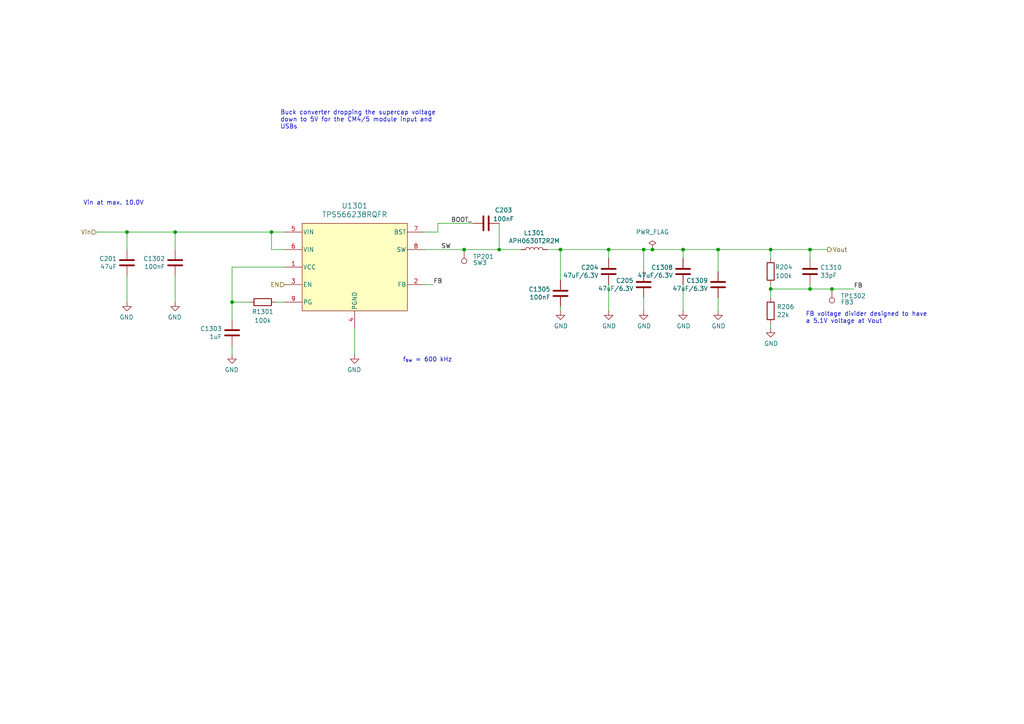
<source format=kicad_sch>
(kicad_sch (version 20231120) (generator "eeschema") (generator_version "8.0")
  (paper "A4")
  (title_block (title "HALPI2") (date "2025-01-03") (rev "v0.0.1") (company "Hat Labs Oy") (comment 1 "https://creativecommons.org/licenses/by/4.0") (comment 2 "To view a copy of this license, visit ") (comment 3 "HALPI2 is licensed under CC BY 4.0."))
  (lib_symbols
    (symbol "Connector:TestPoint" (pin_numbers hide) (pin_names (offset 0.762) hide)
      (property "Reference" "TP" (at 0 6.858 0))
      (property "Value" "TestPoint" (at 0 5.08 0))
      (symbol "TestPoint_0_1"
        (circle (center 0 3.302) (radius 0.762))
      )
      (symbol "TestPoint_1_1"
        (pin passive line (at 0 0 90) (length 2.54) (name "1") (number "1"))
      )
    )
    (symbol "Device:C" (pin_numbers hide) (pin_names (offset 0.254))
      (property "Reference" "C" (at 0.635 2.54 0))
      (property "Value" "C" (at 0.635 -2.54 0))
      (symbol "C_0_1"
        (polyline (pts (xy -2.032 -0.762) (xy 2.032 -0.762)) (stroke (width 0.508)))
        (polyline (pts (xy -2.032 0.762) (xy 2.032 0.762)) (stroke (width 0.508)))
      )
      (symbol "C_1_1"
        (pin passive line (at 0 3.81 270) (length 2.794) (name "~") (number "1"))
        (pin passive line (at 0 -3.81 90) (length 2.794) (name "~") (number "2"))
      )
    )
    (symbol "Device:L" (pin_numbers hide) (pin_names (offset 1.016) hide)
      (property "Reference" "L" (at -1.27 0 90))
      (property "Value" "L" (at 1.905 0 90))
      (symbol "L_0_1"
        (arc (start 0 -2.54) (mid 0.6323 -1.905) (end 0 -1.27))
        (arc (start 0 -1.27) (mid 0.6323 -0.635) (end 0 0))
        (arc (start 0 0) (mid 0.6323 0.635) (end 0 1.27))
        (arc (start 0 1.27) (mid 0.6323 1.905) (end 0 2.54))
      )
      (symbol "L_1_1"
        (pin passive line (at 0 3.81 270) (length 1.27) (name "1") (number "1"))
        (pin passive line (at 0 -3.81 90) (length 1.27) (name "2") (number "2"))
      )
    )
    (symbol "Device:R" (pin_numbers hide) (pin_names (offset 0))
      (property "Reference" "R" (at 2.032 0 90))
      (property "Value" "R" (at 0 0 90))
      (symbol "R_0_1"
        (rectangle (start -1.016 -2.54) (end 1.016 2.54) (stroke (width 0.254)))
      )
      (symbol "R_1_1"
        (pin passive line (at 0 3.81 270) (length 1.27) (name "~") (number "1"))
        (pin passive line (at 0 -3.81 90) (length 1.27) (name "~") (number "2"))
      )
    )
    (symbol "Hatlabs:TPS566238RQFR" (pin_names (offset 0.254))
      (property "Reference" "U" (at 0 10.414 0))
      (property "Value" "TPS566238RQFR" (at 0 7.62 0))
      (symbol "TPS566238RQFR_0_1"
        (pin input line (at 20.32 -5.08 180) (length 5.08) (name "FB") (number "2"))
        (pin input line (at -20.32 -5.08 0) (length 5.08) (name "EN") (number "3"))
        (pin power_in line (at 0 -17.78 90) (length 5.08) (name "PGND") (number "4"))
        (pin power_in line (at -20.32 10.16 0) (length 5.08) (name "VIN") (number "5"))
        (pin power_in line (at -20.32 5.08 0) (length 5.08) (name "VIN") (number "6"))
      )
      (symbol "TPS566238RQFR_1_1"
        (rectangle (start -15.24 12.7) (end 15.24 -12.7) (fill (type background)))
        (pin power_out line (at -20.32 0 0) (length 5.08) (name "VCC") (number "1"))
        (pin input line (at 20.32 10.16 180) (length 5.08) (name "BST") (number "7"))
        (pin power_out line (at 20.32 5.08 180) (length 5.08) (name "SW") (number "8"))
        (pin output line (at -20.32 -10.16 0) (length 5.08) (name "PG") (number "9"))
      )
    )
    (symbol "power:GND" (power) (pin_numbers hide) (pin_names (offset 0) hide)
      (property "Value" "GND" (at 0 -3.81 0))
      (symbol "GND_0_1"
        (polyline (pts (xy 0 0) (xy 0 -1.27) (xy 1.27 -1.27) (xy 0 -2.54) (xy -1.27 -1.27) (xy 0 -1.27)))
      )
      (symbol "GND_1_1"
        (pin power_in line (at 0 0 270) (length 0) (name "~") (number "1"))
      )
    )
    (symbol "power:PWR_FLAG" (power) (pin_numbers hide) (pin_names (offset 0) hide)
      (property "Value" "PWR_FLAG" (at 0 3.81 0))
      (symbol "PWR_FLAG_0_0"
        (pin power_out line (at 0 0 90) (length 0) (name "~") (number "1"))
      )
      (symbol "PWR_FLAG_0_1"
        (polyline (pts (xy 0 0) (xy 0 1.27) (xy -1.016 1.905) (xy 0 2.54) (xy 1.016 1.905) (xy 0 1.27)))
      )
    )
  )
  (junction (at 241.3 83.82))
  (junction (at 50.8 67.31))
  (junction (at 78.74 67.31))
  (junction (at 223.52 72.39))
  (junction (at 134.62 72.39))
  (junction (at 189.23 72.39))
  (junction (at 186.69 72.39))
  (junction (at 36.83 67.31))
  (junction (at 234.95 83.82))
  (junction (at 67.31 87.63))
  (junction (at 162.56 72.39))
  (junction (at 234.95 72.39))
  (junction (at 198.12 72.39))
  (junction (at 223.52 83.82))
  (junction (at 176.53 72.39))
  (junction (at 144.78 72.39))
  (junction (at 208.28 72.39))
  (wire (pts (xy 50.8 72.39) (xy 50.8 67.31)))
  (wire (pts (xy 162.56 88.9) (xy 162.56 90.17)))
  (wire (pts (xy 162.56 72.39) (xy 176.53 72.39)))
  (wire (pts (xy 198.12 72.39) (xy 198.12 74.93)))
  (wire (pts (xy 78.74 67.31) (xy 82.55 67.31)))
  (wire (pts (xy 134.62 72.39) (xy 144.78 72.39)))
  (wire (pts (xy 208.28 72.39) (xy 223.52 72.39)))
  (wire (pts (xy 67.31 77.47) (xy 82.55 77.47)))
  (wire (pts (xy 186.69 72.39) (xy 176.53 72.39)))
  (wire (pts (xy 176.53 82.55) (xy 176.53 90.17)))
  (wire (pts (xy 223.52 83.82) (xy 223.52 86.36)))
  (wire (pts (xy 50.8 80.01) (xy 50.8 87.63)))
  (wire (pts (xy 102.87 95.25) (xy 102.87 102.87)))
  (wire (pts (xy 127 64.77) (xy 137.16 64.77)))
  (wire (pts (xy 125.73 82.55) (xy 123.19 82.55)))
  (wire (pts (xy 234.95 83.82) (xy 241.3 83.82)))
  (wire (pts (xy 123.19 72.39) (xy 134.62 72.39)))
  (wire (pts (xy 223.52 82.55) (xy 223.52 83.82)))
  (wire (pts (xy 208.28 78.74) (xy 208.28 72.39)))
  (wire (pts (xy 67.31 87.63) (xy 67.31 77.47)))
  (wire (pts (xy 67.31 87.63) (xy 72.39 87.63)))
  (wire (pts (xy 144.78 72.39) (xy 151.13 72.39)))
  (wire (pts (xy 27.94 67.31) (xy 36.83 67.31)))
  (wire (pts (xy 80.01 87.63) (xy 82.55 87.63)))
  (wire (pts (xy 198.12 82.55) (xy 198.12 90.17)))
  (wire (pts (xy 234.95 72.39) (xy 240.03 72.39)))
  (wire (pts (xy 186.69 72.39) (xy 189.23 72.39)))
  (wire (pts (xy 234.95 82.55) (xy 234.95 83.82)))
  (wire (pts (xy 208.28 86.36) (xy 208.28 90.17)))
  (wire (pts (xy 223.52 95.25) (xy 223.52 93.98)))
  (wire (pts (xy 82.55 72.39) (xy 78.74 72.39)))
  (wire (pts (xy 78.74 72.39) (xy 78.74 67.31)))
  (wire (pts (xy 67.31 100.33) (xy 67.31 102.87)))
  (wire (pts (xy 176.53 74.93) (xy 176.53 72.39)))
  (wire (pts (xy 162.56 72.39) (xy 162.56 81.28)))
  (wire (pts (xy 36.83 72.39) (xy 36.83 67.31)))
  (wire (pts (xy 186.69 86.36) (xy 186.69 90.17)))
  (wire (pts (xy 36.83 80.01) (xy 36.83 87.63)))
  (wire (pts (xy 158.75 72.39) (xy 162.56 72.39)))
  (wire (pts (xy 67.31 92.71) (xy 67.31 87.63)))
  (wire (pts (xy 36.83 67.31) (xy 50.8 67.31)))
  (wire (pts (xy 223.52 83.82) (xy 234.95 83.82)))
  (wire (pts (xy 198.12 72.39) (xy 208.28 72.39)))
  (wire (pts (xy 144.78 64.77) (xy 144.78 72.39)))
  (wire (pts (xy 186.69 78.74) (xy 186.69 72.39)))
  (wire (pts (xy 223.52 74.93) (xy 223.52 72.39)))
  (wire (pts (xy 241.3 83.82) (xy 247.65 83.82)))
  (wire (pts (xy 50.8 67.31) (xy 78.74 67.31)))
  (wire (pts (xy 234.95 72.39) (xy 234.95 74.93)))
  (wire (pts (xy 189.23 72.39) (xy 198.12 72.39)))
  (wire (pts (xy 127 64.77) (xy 127 67.31)))
  (wire (pts (xy 223.52 72.39) (xy 234.95 72.39)))
  (wire (pts (xy 123.19 67.31) (xy 127 67.31)))
  (text "FB voltage divider designed to have\na 5.1V voltage at Vout" (at 233.68 93.98 0) (effects (font (size 1.27 1.27)) (justify left bottom)))
  (text "Vin at max. 10.0V" (at 24.13 59.69 0) (effects (font (size 1.27 1.27)) (justify left bottom)))
  (text "f_{sw} = 600 kHz" (at 116.84 105.156 0) (effects (font (size 1.27 1.27)) (justify left bottom)))
  (text "Buck converter dropping the supercap voltage\ndown to 5V for the CM4/5 module input and\nUSBs" (at 81.28 34.798 0) (effects (font (size 1.27 1.27)) (justify left)))
  (label "FB" (at 247.65 83.82 0))
  (label "BOOT_" (at 130.81 64.77 0))
  (label "SW" (at 130.81 72.39 180))
  (label "FB" (at 125.73 82.55 0))
  (hierarchical_label "Vout" (shape output) (at 240.03 72.39 0))
  (hierarchical_label "EN" (shape input) (at 82.55 82.55 180))
  (hierarchical_label "Vin" (shape input) (at 27.94 67.31 180))
  (symbol (lib_id "power:GND") (at 176.53 90.17 0) (unit 1)
    (property "Reference" "#PWR0207" (effects (hide yes)))
    (property "Value" "GND" (at 176.657 94.5642 0))
    (property "Description" "Power symbol creates a global label with name \"GND\" , ground" (effects (hide yes)))
    (instances (project "SH-RPi" (path "" (reference "#PWR0207") (unit 1))) (project "SH-RPi" (path "" (reference "#PWR01306") (unit 1))))
  )
  (symbol (lib_id "power:GND") (at 223.52 95.25 0) (unit 1)
    (property "Reference" "#PWR0209" (effects (hide yes)))
    (property "Value" "GND" (at 223.647 99.6442 0))
    (property "Description" "Power symbol creates a global label with name \"GND\" , ground" (effects (hide yes)))
    (instances (project "SH-RPi" (path "" (reference "#PWR0209") (unit 1))) (project "SH-RPi" (path "" (reference "#PWR01310") (unit 1))))
  )
  (symbol (lib_id "Device:C") (at 162.56 85.09 0) (mirror y) (unit 1)
    (property "Reference" "C1305" (at 159.639 83.9216 0) (effects (justify left)))
    (property "Value" "100nF" (at 159.639 86.233 0) (effects (justify left)))
    (property "Footprint" "Capacitor_SMD:C_0402_1005Metric" (effects (hide yes)))
    (property "LCSC" "C1525" (effects (hide yes)))
  )
  (symbol (lib_id "power:GND") (at 102.87 102.87 0) (mirror y) (unit 1)
    (property "Reference" "#PWR01304" (effects (hide yes)))
    (property "Value" "GND" (at 102.743 107.2642 0))
    (property "Description" "Power symbol creates a global label with name \"GND\" , ground" (effects (hide yes)))
  )
  (symbol (lib_id "Device:R") (at 76.2 87.63 270) (mirror x) (unit 1)
    (property "Reference" "R1301" (at 76.2 90.424 90))
    (property "Value" "100k" (at 76.2 92.964 90))
    (property "Footprint" "Resistor_SMD:R_0402_1005Metric" (effects (hide yes)))
    (property "Description" "Resistor" (effects (hide yes)))
    (property "LCSC" "C25741" (effects (hide yes)))
  )
  (symbol (lib_id "Device:C") (at 208.28 82.55 0) (mirror y) (unit 1)
    (property "Reference" "C1309" (at 205.359 81.3816 0) (effects (justify left)))
    (property "Value" "47uF/6.3V" (at 205.359 83.693 0) (effects (justify left)))
    (property "Footprint" "Capacitor_SMD:C_1210_3225Metric" (effects (hide yes)))
    (property "LCSC" "C77101" (effects (hide yes)))
  )
  (symbol (lib_id "power:PWR_FLAG") (at 189.23 72.39 0) (unit 1)
    (property "Reference" "#FLG0203" (effects (hide yes)))
    (property "Value" "PWR_FLAG" (at 189.23 67.31 0))
    (property "Description" "Special symbol for telling ERC where power comes from" (effects (hide yes)))
    (instances (project "SH-RPi" (path "" (reference "#FLG0203") (unit 1))) (project "SH-RPi" (path "" (reference "#FLG01301") (unit 1))))
  )
  (symbol (lib_id "Device:C") (at 176.53 78.74 0) (mirror y) (unit 1)
    (property "Reference" "C204" (at 173.609 77.5716 0) (effects (justify left)))
    (property "Value" "47uF/6.3V" (at 173.609 79.883 0) (effects (justify left)))
    (property "Footprint" "Capacitor_SMD:C_1210_3225Metric" (effects (hide yes)))
    (property "LCSC" "C77101" (effects (hide yes)))
    (instances (project "SH-RPi" (path "" (reference "C204") (unit 1))) (project "SH-RPi" (path "" (reference "C1306") (unit 1))))
  )
  (symbol (lib_id "Connector:TestPoint") (at 241.3 83.82 180) (unit 1)
    (property "Reference" "TP1302" (at 243.84 85.8519 0) (effects (justify right)))
    (property "Value" "FB3" (at 243.84 87.63 0) (effects (justify right)))
    (property "Footprint" "TestPoint:TestPoint_Pad_D2.0mm" (effects (hide yes)))
  )
  (symbol (lib_id "power:GND") (at 198.12 90.17 0) (unit 1)
    (property "Reference" "#PWR01308" (effects (hide yes)))
    (property "Value" "GND" (at 198.247 94.5642 0))
    (property "Description" "Power symbol creates a global label with name \"GND\" , ground" (effects (hide yes)))
  )
  (symbol (lib_id "power:GND") (at 186.69 90.17 0) (unit 1)
    (property "Reference" "#PWR0208" (effects (hide yes)))
    (property "Value" "GND" (at 186.817 94.5642 0))
    (property "Description" "Power symbol creates a global label with name \"GND\" , ground" (effects (hide yes)))
    (instances (project "SH-RPi" (path "" (reference "#PWR0208") (unit 1))) (project "SH-RPi" (path "" (reference "#PWR01307") (unit 1))))
  )
  (symbol (lib_id "Hatlabs:TPS566238RQFR") (at 102.87 77.47 0) (unit 1)
    (property "Reference" "U1301" (at 102.87 59.69 0) (effects (font (size 1.524 1.524))))
    (property "Value" "TPS566238RQFR" (at 102.87 62.23 0) (effects (font (size 1.524 1.524))))
    (property "Footprint" "RQF0009A" (effects (hide yes)))
    (property "Datasheet" "TPS566238RQFR" (effects (hide yes)))
    (property "LCSC" "C5219353" (effects (hide yes)))
  )
  (symbol (lib_id "power:GND") (at 208.28 90.17 0) (unit 1)
    (property "Reference" "#PWR01309" (effects (hide yes)))
    (property "Value" "GND" (at 208.407 94.5642 0))
    (property "Description" "Power symbol creates a global label with name \"GND\" , ground" (effects (hide yes)))
  )
  (symbol (lib_id "Device:R") (at 223.52 90.17 0) (unit 1)
    (property "Reference" "R206" (at 225.298 89.0016 0) (effects (justify left)))
    (property "Value" "22k" (at 225.298 91.313 0) (effects (justify left)))
    (property "Footprint" "Resistor_SMD:R_0603_1608Metric" (effects (hide yes)))
    (property "LCSC" "C31850" (effects (hide yes)))
    (instances (project "SH-RPi" (path "" (reference "R206") (unit 1))) (project "SH-RPi" (path "" (reference "R1303") (unit 1))))
  )
  (symbol (lib_id "power:GND") (at 50.8 87.63 0) (mirror y) (unit 1)
    (property "Reference" "#PWR01302" (effects (hide yes)))
    (property "Value" "GND" (at 50.673 92.0242 0))
    (property "Description" "Power symbol creates a global label with name \"GND\" , ground" (effects (hide yes)))
  )
  (symbol (lib_id "Device:L") (at 154.94 72.39 90) (unit 1)
    (property "Reference" "L1301" (at 154.94 67.564 90))
    (property "Value" "APH0630T2R2M" (at 154.94 69.8754 90))
    (property "Footprint" "Inductor_SMD:L_Chilisin_BMRx00060630" (effects (hide yes)))
    (property "LCSC" "C5349701" (effects (hide yes)))
  )
  (symbol (lib_id "Device:R") (at 223.52 78.74 0) (unit 1)
    (property "Reference" "R204" (at 227.33 77.47 0))
    (property "Value" "100k" (at 227.33 80.01 0))
    (property "Footprint" "Resistor_SMD:R_0603_1608Metric" (effects (hide yes)))
    (property "LCSC" "C25803" (effects (hide yes)))
    (instances (project "SH-RPi" (path "" (reference "R204") (unit 1))) (project "SH-RPi" (path "" (reference "R1302") (unit 1))))
  )
  (symbol (lib_id "power:GND") (at 36.83 87.63 0) (mirror y) (unit 1)
    (property "Reference" "#PWR0201" (effects (hide yes)))
    (property "Value" "GND" (at 36.703 92.0242 0))
    (property "Description" "Power symbol creates a global label with name \"GND\" , ground" (effects (hide yes)))
    (instances (project "SH-RPi" (path "" (reference "#PWR0201") (unit 1))) (project "SH-RPi" (path "" (reference "#PWR01301") (unit 1))))
  )
  (symbol (lib_id "Connector:TestPoint") (at 134.62 72.39 180) (unit 1)
    (property "Reference" "TP201" (at 137.16 74.4219 0) (effects (justify right)))
    (property "Value" "SW3" (at 137.16 76.2 0) (effects (justify right)))
    (property "Footprint" "TestPoint:TestPoint_Pad_D1.0mm" (effects (hide yes)))
    (instances (project "SH-RPi" (path "" (reference "TP201") (unit 1))) (project "SH-RPi" (path "" (reference "TP1301") (unit 1))))
  )
  (symbol (lib_id "Device:C") (at 234.95 78.74 0) (unit 1)
    (property "Reference" "C1310" (at 237.871 77.5716 0) (effects (justify left)))
    (property "Value" "33pF" (at 237.871 79.883 0) (effects (justify left)))
    (property "Footprint" "Capacitor_SMD:C_0402_1005Metric" (effects (hide yes)))
    (property "LCSC" "C1562" (effects (hide yes)))
  )
  (symbol (lib_id "Device:C") (at 186.69 82.55 0) (mirror y) (unit 1)
    (property "Reference" "C205" (at 183.769 81.3816 0) (effects (justify left)))
    (property "Value" "47uF/6.3V" (at 183.769 83.693 0) (effects (justify left)))
    (property "Footprint" "Capacitor_SMD:C_1210_3225Metric" (effects (hide yes)))
    (property "LCSC" "C77101" (effects (hide yes)))
    (instances (project "SH-RPi" (path "" (reference "C205") (unit 1))) (project "SH-RPi" (path "" (reference "C1307") (unit 1))))
  )
  (symbol (lib_id "Device:C") (at 198.12 78.74 0) (mirror y) (unit 1)
    (property "Reference" "C1308" (at 195.199 77.5716 0) (effects (justify left)))
    (property "Value" "47uF/6.3V" (at 195.199 79.883 0) (effects (justify left)))
    (property "Footprint" "Capacitor_SMD:C_1210_3225Metric" (effects (hide yes)))
    (property "LCSC" "C77101" (effects (hide yes)))
  )
  (symbol (lib_id "Device:C") (at 140.97 64.77 270) (unit 1)
    (property "Reference" "C203" (at 146.05 60.96 90))
    (property "Value" "100nF" (at 146.05 63.5 90))
    (property "Footprint" "Capacitor_SMD:C_0603_1608Metric" (effects (hide yes)))
    (property "LCSC" "C14663" (effects (hide yes)))
    (instances (project "SH-RPi" (path "" (reference "C203") (unit 1))) (project "SH-RPi" (path "" (reference "C1304") (unit 1))))
  )
  (symbol (lib_id "Device:C") (at 67.31 96.52 0) (mirror y) (unit 1)
    (property "Reference" "C1303" (at 64.389 95.3516 0) (effects (justify left)))
    (property "Value" "1uF" (at 64.389 97.663 0) (effects (justify left)))
    (property "Footprint" "Capacitor_SMD:C_0402_1005Metric" (effects (hide yes)))
    (property "LCSC" "C52923" (effects (hide yes)))
  )
  (symbol (lib_id "Device:C") (at 50.8 76.2 0) (mirror y) (unit 1)
    (property "Reference" "C1302" (at 47.879 75.0316 0) (effects (justify left)))
    (property "Value" "100nF" (at 47.879 77.343 0) (effects (justify left)))
    (property "Footprint" "Capacitor_SMD:C_0402_1005Metric" (effects (hide yes)))
    (property "LCSC" "C1525" (effects (hide yes)))
  )
  (symbol (lib_id "Device:C") (at 36.83 76.2 0) (mirror y) (unit 1)
    (property "Reference" "C201" (at 33.909 75.0316 0) (effects (justify left)))
    (property "Value" "47uF" (at 33.909 77.343 0) (effects (justify left)))
    (property "Footprint" "Capacitor_SMD:C_1210_3225Metric" (effects (hide yes)))
    (property "LCSC" "C5440143" (effects (hide yes)))
    (instances (project "SH-RPi" (path "" (reference "C201") (unit 1))) (project "SH-RPi" (path "" (reference "C1301") (unit 1))))
  )
  (symbol (lib_id "power:GND") (at 162.56 90.17 0) (unit 1)
    (property "Reference" "#PWR01305" (effects (hide yes)))
    (property "Value" "GND" (at 162.687 94.5642 0))
    (property "Description" "Power symbol creates a global label with name \"GND\" , ground" (effects (hide yes)))
  )
  (symbol (lib_id "power:GND") (at 67.31 102.87 0) (mirror y) (unit 1)
    (property "Reference" "#PWR01303" (effects (hide yes)))
    (property "Value" "GND" (at 67.183 107.2642 0))
    (property "Description" "Power symbol creates a global label with name \"GND\" , ground" (effects (hide yes)))
  )
)
</source>
